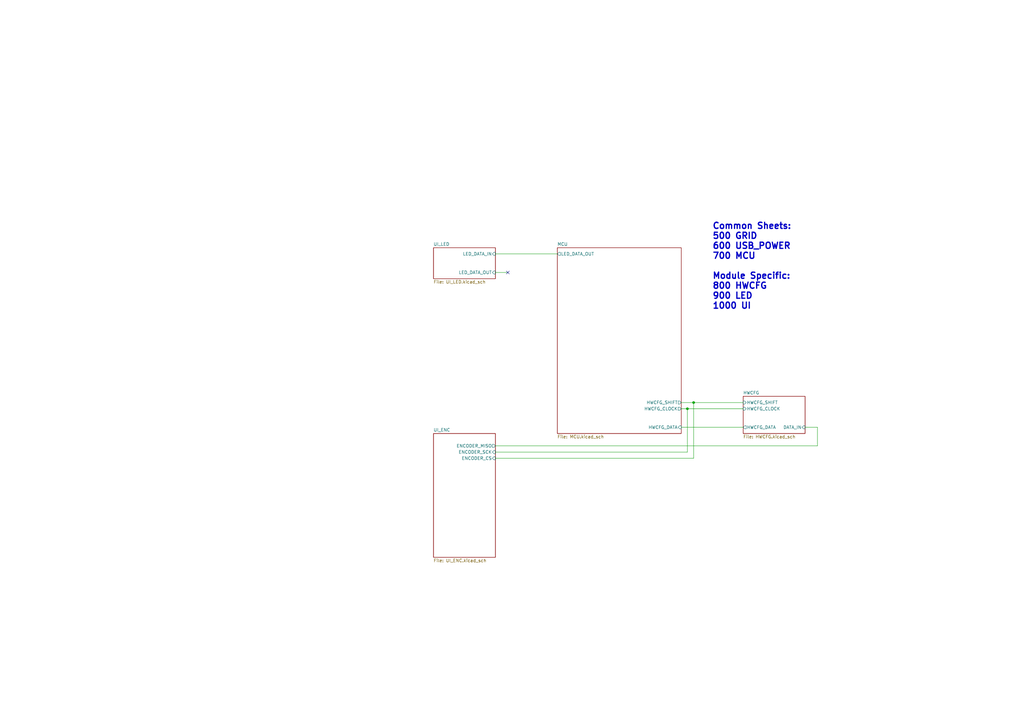
<source format=kicad_sch>
(kicad_sch (version 20230121) (generator eeschema)
  (paper "A3")
  (lib_symbols)
  (junction (at 281.94 167.64))
  (junction (at 284.48 165.1))
  (no_connect (at 208.28 111.76))
  (wire (pts (xy 203.2 182.88) (xy 335.28 182.88)))
  (wire (pts (xy 279.4 165.1) (xy 284.48 165.1)))
  (wire (pts (xy 203.2 111.76) (xy 208.28 111.76)))
  (wire (pts (xy 284.48 187.96) (xy 284.48 165.1)))
  (wire (pts (xy 228.6 104.14) (xy 203.2 104.14)))
  (wire (pts (xy 281.94 167.64) (xy 304.8 167.64)))
  (wire (pts (xy 284.48 165.1) (xy 304.8 165.1)))
  (wire (pts (xy 335.28 182.88) (xy 335.28 175.26)))
  (wire (pts (xy 279.4 175.26) (xy 304.8 175.26)))
  (wire (pts (xy 203.2 187.96) (xy 284.48 187.96)))
  (wire (pts (xy 281.94 185.42) (xy 281.94 167.64)))
  (wire (pts (xy 335.28 175.26) (xy 330.2 175.26)))
  (wire (pts (xy 279.4 167.64) (xy 281.94 167.64)))
  (wire (pts (xy 203.2 185.42) (xy 281.94 185.42)))
  (text "Common Sheets:\n500 GRID\n600 USB_POWER\n700 MCU\n\nModule Specific:\n800 HWCFG\n900 LED\n1000 UI" (at 292.1 127 0) (effects (font (size 2.54 2.54) (thickness 0.508) bold) (justify left bottom)))
  (sheet (at 177.8 101.6) (size 25.4 12.7)
    (property "Sheetname" "UI_LED" (at 177.8 100.8884 0) (effects (justify left bottom)))
    (property "Sheetfile" "UI_LED.kicad_sch" (at 177.8 114.8846 0) (effects (justify left top)))
    (pin "LED_DATA_IN" input (at 203.2 104.14 0))
    (pin "LED_DATA_OUT" input (at 203.2 111.76 0))
  )
  (sheet (at 228.6 101.6) (size 50.8 76.2)
    (property "Sheetname" "MCU" (at 228.6 100.8884 0) (effects (justify left bottom)))
    (property "Sheetfile" "MCU.kicad_sch" (at 228.6 178.3846 0) (effects (justify left top)))
    (pin "LED_DATA_OUT" output (at 228.6 104.14 180))
    (pin "HWCFG_DATA" input (at 279.4 175.26 0))
    (pin "HWCFG_CLOCK" output (at 279.4 167.64 0))
    (pin "HWCFG_SHIFT" output (at 279.4 165.1 0))
  )
  (sheet (at 304.8 162.56) (size 25.4 15.24)
    (property "Sheetname" "HWCFG" (at 304.8 161.8484 0) (effects (justify left bottom)))
    (property "Sheetfile" "HWCFG.kicad_sch" (at 304.8 178.3846 0) (effects (justify left top)))
    (pin "HWCFG_DATA" output (at 304.8 175.26 180))
    (pin "HWCFG_CLOCK" input (at 304.8 167.64 180))
    (pin "HWCFG_SHIFT" input (at 304.8 165.1 180))
    (pin "DATA_IN" input (at 330.2 175.26 0))
  )
  (sheet (at 177.8 177.8) (size 25.4 50.8)
    (property "Sheetname" "UI_ENC" (at 177.8 177.0884 0) (effects (justify left bottom)))
    (property "Sheetfile" "UI_ENC.kicad_sch" (at 177.8 229.1846 0) (effects (justify left top)))
    (pin "ENCODER_MISO" output (at 203.2 182.88 0))
    (pin "ENCODER_SCK" input (at 203.2 185.42 0))
    (pin "ENCODER_CS" input (at 203.2 187.96 0))
  )
)
</source>
